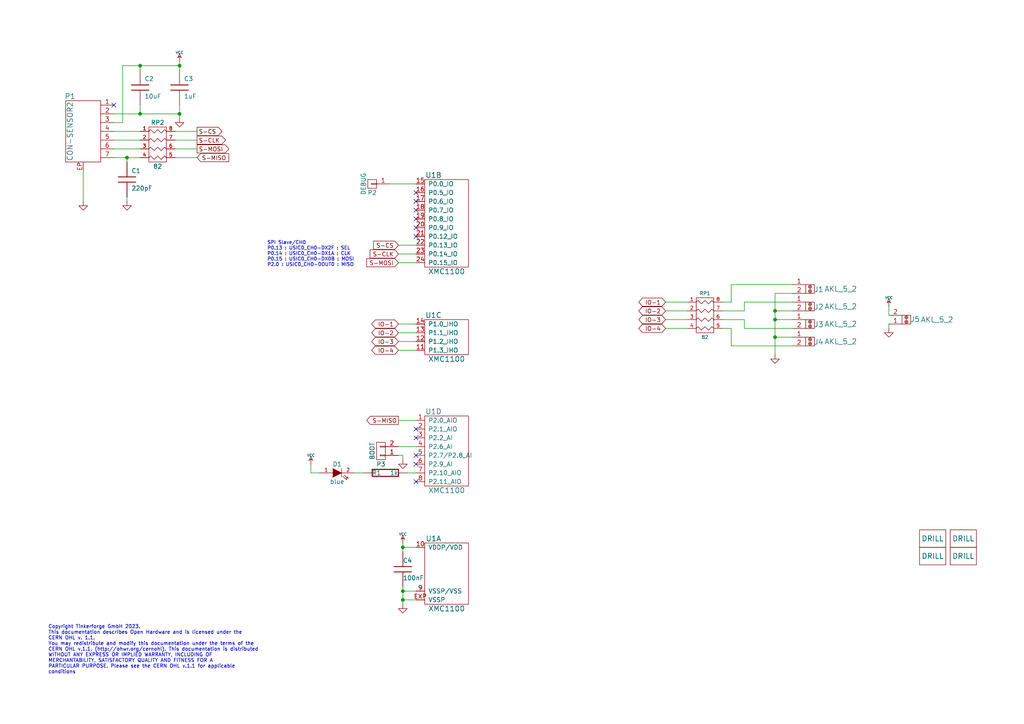
<source format=kicad_sch>
(kicad_sch (version 20230121) (generator eeschema)
  (paper "A4")
  (title_block (title "IO4 Bricklet 2.0") (date "2023-01-27") (rev "2.0") (company "Tinkerforge GmbH") (comment 1 "Licensed under CERN OHL v.1.1") (comment 2 "Copyright (©) 2023, T.Schneidermann <tim@tinkerforge.com>"))
  (lib_symbols
    (symbol "tinkerforge:AKL_5_2" (pin_names (offset 1.016) hide)
      (property "Reference" "J" (at 2.54 -0.127 0))
      (property "Value" "AKL_5_2" (at -0.381 -2.54 0))
      (symbol "AKL_5_2_0_1"
        (rectangle (start -1.27 1.27) (end 1.27 -1.27))
        (circle (center 0 -0.635) (radius 0.4572))
        (polyline (pts (xy -0.381 -0.635) (xy 0.381 -0.635) (xy 0.381 -0.635)))
        (polyline (pts (xy -0.381 0.635) (xy 0.381 0.635) (xy 0.381 0.635)))
        (polyline (pts (xy 0 -0.254) (xy 0 -1.016) (xy 0 -1.016)))
        (polyline (pts (xy 0 1.016) (xy 0 0.254) (xy 0 0.254)))
        (circle (center 0 0.635) (radius 0.4572))
      )
      (symbol "AKL_5_2_1_1"
        (pin passive line (at -5.08 1.27 0) (length 3.81) (name "~") (number "1"))
        (pin passive line (at -5.08 -1.27 0) (length 3.81) (name "~") (number "2"))
      )
    )
    (symbol "tinkerforge:C" (pin_numbers hide) (pin_names (offset 0.254))
      (property "Reference" "C" (at 1.27 2.54 0))
      (property "Value" "C" (at 1.27 -2.54 0))
      (symbol "C_0_1"
        (polyline (pts (xy -2.54 -0.762) (xy 2.54 -0.762)) (stroke (width 0.254)))
        (polyline (pts (xy -2.54 0.762) (xy 2.54 0.762)) (stroke (width 0.254)))
      )
      (symbol "C_1_1"
        (pin passive line (at 0 5.08 270) (length 4.318) (name "~") (number "1"))
        (pin passive line (at 0 -5.08 90) (length 4.318) (name "~") (number "2"))
      )
    )
    (symbol "tinkerforge:CON-SENSOR2" (pin_names (offset 1.016))
      (property "Reference" "P" (at -3.81 10.16 0))
      (property "Value" "CON-SENSOR2" (at 3.81 0 90))
      (symbol "CON-SENSOR2_0_1"
        (rectangle (start -5.08 8.89) (end 5.08 -8.89))
      )
      (symbol "CON-SENSOR2_1_1"
        (pin passive line (at -8.89 7.62 0) (length 3.81) (name "~") (number "1"))
        (pin passive line (at -8.89 5.08 0) (length 3.81) (name "~") (number "2"))
        (pin passive line (at -8.89 2.54 0) (length 3.81) (name "~") (number "3"))
        (pin passive line (at -8.89 0 0) (length 3.81) (name "~") (number "4"))
        (pin passive line (at -8.89 -2.54 0) (length 3.81) (name "~") (number "5"))
        (pin passive line (at -8.89 -5.08 0) (length 3.81) (name "~") (number "6"))
        (pin passive line (at -8.89 -7.62 0) (length 3.81) (name "~") (number "7"))
        (pin passive line (at 0 -11.43 90) (length 2.54) (name "~") (number "EP"))
      )
    )
    (symbol "tinkerforge:CONN_01X01" (pin_names (offset 1.016) hide)
      (property "Reference" "P" (at 0 2.54 0))
      (property "Value" "CONN_01X01" (at 2.54 0 90))
      (symbol "CONN_01X01_0_1"
        (rectangle (start -1.27 0.127) (end 0.254 -0.127))
        (rectangle (start -1.27 1.27) (end 1.27 -1.27))
      )
      (symbol "CONN_01X01_1_1"
        (pin passive line (at -5.08 0 0) (length 3.81) (name "P1") (number "1"))
      )
    )
    (symbol "tinkerforge:CONN_01X02" (pin_names (offset 1.016) hide)
      (property "Reference" "P" (at 0 3.81 0))
      (property "Value" "CONN_01X02" (at 2.54 0 90))
      (symbol "CONN_01X02_0_1"
        (rectangle (start -1.27 -1.143) (end 0.254 -1.397))
        (rectangle (start -1.27 1.397) (end 0.254 1.143))
        (rectangle (start -1.27 2.54) (end 1.27 -2.54))
      )
      (symbol "CONN_01X02_1_1"
        (pin passive line (at -5.08 1.27 0) (length 3.81) (name "P1") (number "1"))
        (pin passive line (at -5.08 -1.27 0) (length 3.81) (name "P2") (number "2"))
      )
    )
    (symbol "tinkerforge:DRILL" (pin_numbers hide) (pin_names (offset 0) hide)
      (property "Value" "DRILL" (at 0 0 0))
      (symbol "DRILL_0_1"
        (rectangle (start -3.81 2.54) (end 3.81 -2.54))
      )
    )
    (symbol "tinkerforge:GND" (power) (pin_names (offset 0))
      (property "Value" "GND" (at 0 -5.08 0))
      (symbol "GND_0_1"
        (polyline (pts (xy 0 0) (xy 0 -1.27) (xy 1.27 -1.27) (xy 0 -2.54) (xy -1.27 -1.27) (xy 0 -1.27)))
      )
      (symbol "GND_1_1"
        (pin power_in line (at 0 0 270) (length 0) hide (name "GND") (number "1"))
      )
    )
    (symbol "tinkerforge:LED" (pin_names (offset 1.016) hide)
      (property "Reference" "D" (at 0 2.54 0))
      (property "Value" "LED" (at 0 -2.54 0))
      (symbol "LED_0_1"
        (polyline (pts (xy 1.27 1.27) (xy 1.27 -1.27)))
        (polyline (pts (xy -1.27 1.27) (xy 1.27 0) (xy -1.27 -1.27)) (fill (type outline)))
        (polyline (pts (xy 1.651 -1.016) (xy 2.794 -2.032) (xy 2.667 -1.397)))
        (polyline (pts (xy 2.032 -0.635) (xy 3.175 -1.651) (xy 3.048 -1.016)))
      )
      (symbol "LED_1_1"
        (pin passive line (at -5.08 0 0) (length 3.81) (name "A") (number "1"))
        (pin passive line (at 5.08 0 180) (length 3.81) (name "K") (number "2"))
      )
    )
    (symbol "tinkerforge:R" (pin_numbers hide) (pin_names (offset 0))
      (property "Reference" "R" (at 2.032 0 90))
      (property "Value" "R" (at 0 0 90))
      (symbol "R_0_1"
        (rectangle (start -1.016 3.81) (end 1.016 -3.81) (stroke (width 0.3048)))
      )
      (symbol "R_1_1"
        (pin passive line (at 0 6.35 270) (length 2.54) (name "~") (number "1"))
        (pin passive line (at 0 -6.35 90) (length 2.54) (name "~") (number "2"))
      )
    )
    (symbol "tinkerforge:R_PACK4" (pin_names hide)
      (property "Reference" "RP" (at 0 11.43 0))
      (property "Value" "R_PACK4" (at 0 -1.27 0))
      (symbol "R_PACK4_0_1"
        (polyline (pts (xy -2.54 10.16) (xy -2.54 0) (xy 2.54 0) (xy 2.54 10.16) (xy -2.54 10.16)))
        (polyline (pts (xy -2.54 1.27) (xy -2.032 1.778) (xy -1.016 0.762) (xy 0 1.778) (xy 1.016 0.762) (xy 2.032 1.778) (xy 2.54 1.27)))
        (polyline (pts (xy -2.54 3.81) (xy -2.032 4.318) (xy -1.016 3.302) (xy 0 4.318) (xy 1.016 3.302) (xy 2.032 4.318) (xy 2.54 3.81)))
        (polyline (pts (xy -2.54 6.35) (xy -2.032 6.858) (xy -1.016 5.842) (xy 0 6.858) (xy 1.016 5.842) (xy 2.032 6.858) (xy 2.54 6.35)))
        (polyline (pts (xy -2.54 8.89) (xy -2.032 9.398) (xy -1.016 8.382) (xy 0 9.398) (xy 1.016 8.382) (xy 2.032 9.398) (xy 2.54 8.89)))
      )
      (symbol "R_PACK4_1_1"
        (pin passive line (at -5.08 8.89 0) (length 2.54) (name "P1") (number "1"))
        (pin passive line (at -5.08 6.35 0) (length 2.54) (name "P2") (number "2"))
        (pin passive line (at -5.08 3.81 0) (length 2.54) (name "P3") (number "3"))
        (pin passive line (at -5.08 1.27 0) (length 2.54) (name "P4") (number "4"))
        (pin passive line (at 5.08 1.27 180) (length 2.54) (name "R4") (number "5"))
        (pin passive line (at 5.08 3.81 180) (length 2.54) (name "R3") (number "6"))
        (pin passive line (at 5.08 6.35 180) (length 2.54) (name "R2") (number "7"))
        (pin passive line (at 5.08 8.89 180) (length 2.54) (name "R1") (number "8"))
      )
    )
    (symbol "tinkerforge:VCC" (power) (pin_names (offset 0))
      (property "Value" "VCC" (at 0 3.175 0))
      (symbol "VCC_0_0"
        (pin power_in line (at 0 0 90) (length 0) hide (name "VCC") (number "1"))
      )
      (symbol "VCC_0_1"
        (polyline (pts (xy 0 1.524) (xy 0 0)))
        (polyline (pts (xy 0 1.524) (xy 0.508 1.016) (xy 0 2.286) (xy -0.508 1.016) (xy 0 1.524) (xy 0 1.524)))
      )
    )
    (symbol "tinkerforge:XMC1XXX24" (pin_names (offset 1.016))
      (property "Reference" "U" (at -3.81 15.24 0))
      (property "Value" "XMC1XXX24" (at 0 -16.51 0))
      (symbol "XMC1XXX24_1_1"
        (rectangle (start -6.35 8.89) (end 6.35 -8.89))
        (pin passive line (at -8.89 7.62 0) (length 2.54) (name "VDDP/VDD") (number "10"))
        (pin passive line (at -8.89 -5.08 0) (length 2.54) (name "VSSP/VSS") (number "9"))
        (pin passive line (at -8.89 -7.62 0) (length 2.54) (name "VSSP") (number "EXP"))
      )
      (symbol "XMC1XXX24_2_1"
        (rectangle (start -6.35 12.7) (end 6.35 -12.7))
        (pin passive line (at -8.89 11.43 0) (length 2.54) (name "P0.0_IO") (number "15"))
        (pin passive line (at -8.89 8.89 0) (length 2.54) (name "P0.5_IO") (number "16"))
        (pin passive line (at -8.89 6.35 0) (length 2.54) (name "P0.6_IO") (number "17"))
        (pin passive line (at -8.89 3.81 0) (length 2.54) (name "P0.7_IO") (number "18"))
        (pin passive line (at -8.89 1.27 0) (length 2.54) (name "P0.8_IO") (number "19"))
        (pin passive line (at -8.89 -1.27 0) (length 2.54) (name "P0.9_IO") (number "20"))
        (pin passive line (at -8.89 -3.81 0) (length 2.54) (name "P0.12_IO") (number "21"))
        (pin passive line (at -8.89 -6.35 0) (length 2.54) (name "P0.13_IO") (number "22"))
        (pin passive line (at -8.89 -8.89 0) (length 2.54) (name "P0.14_IO") (number "23"))
        (pin passive line (at -8.89 -11.43 0) (length 2.54) (name "P0.15_IO") (number "24"))
      )
      (symbol "XMC1XXX24_3_1"
        (rectangle (start -6.35 5.08) (end 6.35 -5.08))
        (pin passive line (at -8.89 -3.81 0) (length 2.54) (name "P1.3_IHO") (number "11"))
        (pin passive line (at -8.89 -1.27 0) (length 2.54) (name "P1.2_IHO") (number "12"))
        (pin passive line (at -8.89 1.27 0) (length 2.54) (name "P1.1_IHO") (number "13"))
        (pin passive line (at -8.89 3.81 0) (length 2.54) (name "P1.0_IHO") (number "14"))
      )
      (symbol "XMC1XXX24_4_1"
        (rectangle (start -6.35 10.16) (end 6.35 -10.16))
        (pin passive line (at -8.89 8.89 0) (length 2.54) (name "P2.0_AIO") (number "1"))
        (pin passive line (at -8.89 6.35 0) (length 2.54) (name "P2.1_AIO") (number "2"))
        (pin passive line (at -8.89 3.81 0) (length 2.54) (name "P2.2_AI") (number "3"))
        (pin passive line (at -8.89 1.27 0) (length 2.54) (name "P2.6_AI") (number "4"))
        (pin passive line (at -8.89 -1.27 0) (length 2.54) (name "P2.7/P2.8_AI") (number "5"))
        (pin passive line (at -8.89 -3.81 0) (length 2.54) (name "P2.9_AI") (number "6"))
        (pin passive line (at -8.89 -6.35 0) (length 2.54) (name "P2.10_AIO") (number "7"))
        (pin passive line (at -8.89 -8.89 0) (length 2.54) (name "P2.11_AIO") (number "8"))
      )
    )
  )
  (junction (at 116.84 171.45))
  (junction (at 116.84 158.75))
  (junction (at 52.07 19.05))
  (junction (at 40.64 33.02))
  (junction (at 224.79 90.17))
  (junction (at 116.84 173.99))
  (junction (at 36.83 45.72))
  (junction (at 224.79 97.79))
  (junction (at 40.64 19.05))
  (junction (at 52.07 33.02))
  (junction (at 224.79 92.71))
  (no_connect (at 120.65 68.58))
  (no_connect (at 120.65 139.7))
  (no_connect (at 120.65 66.04))
  (no_connect (at 120.65 58.42))
  (no_connect (at 120.65 60.96))
  (no_connect (at 120.65 127))
  (no_connect (at 120.65 132.08))
  (no_connect (at 120.65 63.5))
  (no_connect (at 120.65 124.46))
  (no_connect (at 120.65 134.62))
  (no_connect (at 33.02 30.48))
  (no_connect (at 120.65 55.88))
  (wire (pts (xy 224.79 97.79) (xy 224.79 102.87)))
  (wire (pts (xy 116.84 158.75) (xy 116.84 160.02)))
  (wire (pts (xy 116.84 173.99) (xy 120.65 173.99)))
  (wire (pts (xy 212.09 87.63) (xy 209.55 87.63)))
  (wire (pts (xy 113.03 53.34) (xy 120.65 53.34)))
  (wire (pts (xy 24.13 49.53) (xy 24.13 58.42)))
  (wire (pts (xy 40.64 38.1) (xy 33.02 38.1)))
  (wire (pts (xy 35.56 19.05) (xy 40.64 19.05)))
  (wire (pts (xy 120.65 73.66) (xy 115.57 73.66)))
  (wire (pts (xy 52.07 30.48) (xy 52.07 33.02)))
  (wire (pts (xy 50.8 43.18) (xy 57.15 43.18)))
  (wire (pts (xy 33.02 33.02) (xy 40.64 33.02)))
  (wire (pts (xy 120.65 171.45) (xy 116.84 171.45)))
  (wire (pts (xy 120.65 101.6) (xy 115.57 101.6)))
  (wire (pts (xy 224.79 90.17) (xy 224.79 92.71)))
  (wire (pts (xy 52.07 19.05) (xy 52.07 20.32)))
  (wire (pts (xy 229.87 87.63) (xy 215.9 87.63)))
  (wire (pts (xy 120.65 121.92) (xy 115.57 121.92)))
  (wire (pts (xy 115.57 76.2) (xy 120.65 76.2)))
  (wire (pts (xy 193.04 92.71) (xy 199.39 92.71)))
  (wire (pts (xy 40.64 33.02) (xy 52.07 33.02)))
  (wire (pts (xy 116.84 158.75) (xy 120.65 158.75)))
  (wire (pts (xy 229.87 85.09) (xy 224.79 85.09)))
  (wire (pts (xy 120.65 96.52) (xy 115.57 96.52)))
  (wire (pts (xy 199.39 90.17) (xy 193.04 90.17)))
  (wire (pts (xy 40.64 20.32) (xy 40.64 19.05)))
  (wire (pts (xy 120.65 129.54) (xy 115.57 129.54)))
  (wire (pts (xy 224.79 90.17) (xy 229.87 90.17)))
  (wire (pts (xy 57.15 40.64) (xy 50.8 40.64)))
  (wire (pts (xy 120.65 137.16) (xy 118.11 137.16)))
  (wire (pts (xy 115.57 93.98) (xy 120.65 93.98)))
  (wire (pts (xy 257.81 91.44) (xy 257.81 88.9)))
  (wire (pts (xy 50.8 38.1) (xy 57.15 38.1)))
  (wire (pts (xy 193.04 95.25) (xy 199.39 95.25)))
  (wire (pts (xy 52.07 33.02) (xy 52.07 34.29)))
  (wire (pts (xy 92.71 137.16) (xy 90.17 137.16)))
  (wire (pts (xy 36.83 45.72) (xy 40.64 45.72)))
  (wire (pts (xy 116.84 157.48) (xy 116.84 158.75)))
  (wire (pts (xy 115.57 99.06) (xy 120.65 99.06)))
  (wire (pts (xy 33.02 45.72) (xy 36.83 45.72)))
  (wire (pts (xy 209.55 90.17) (xy 215.9 90.17)))
  (wire (pts (xy 35.56 35.56) (xy 35.56 19.05)))
  (wire (pts (xy 215.9 92.71) (xy 209.55 92.71)))
  (wire (pts (xy 212.09 95.25) (xy 212.09 100.33)))
  (wire (pts (xy 224.79 92.71) (xy 224.79 97.79)))
  (wire (pts (xy 209.55 95.25) (xy 212.09 95.25)))
  (wire (pts (xy 36.83 46.99) (xy 36.83 45.72)))
  (wire (pts (xy 224.79 92.71) (xy 229.87 92.71)))
  (wire (pts (xy 52.07 17.78) (xy 52.07 19.05)))
  (wire (pts (xy 212.09 82.55) (xy 212.09 87.63)))
  (wire (pts (xy 33.02 40.64) (xy 40.64 40.64)))
  (wire (pts (xy 40.64 43.18) (xy 33.02 43.18)))
  (wire (pts (xy 40.64 30.48) (xy 40.64 33.02)))
  (wire (pts (xy 224.79 97.79) (xy 229.87 97.79)))
  (wire (pts (xy 40.64 19.05) (xy 52.07 19.05)))
  (wire (pts (xy 193.04 87.63) (xy 199.39 87.63)))
  (wire (pts (xy 105.41 137.16) (xy 102.87 137.16)))
  (wire (pts (xy 212.09 82.55) (xy 229.87 82.55)))
  (wire (pts (xy 57.15 45.72) (xy 50.8 45.72)))
  (wire (pts (xy 116.84 173.99) (xy 116.84 175.26)))
  (wire (pts (xy 215.9 95.25) (xy 229.87 95.25)))
  (wire (pts (xy 90.17 137.16) (xy 90.17 134.62)))
  (wire (pts (xy 115.57 71.12) (xy 120.65 71.12)))
  (wire (pts (xy 116.84 170.18) (xy 116.84 171.45)))
  (wire (pts (xy 224.79 85.09) (xy 224.79 90.17)))
  (wire (pts (xy 36.83 58.42) (xy 36.83 57.15)))
  (wire (pts (xy 116.84 171.45) (xy 116.84 173.99)))
  (wire (pts (xy 33.02 35.56) (xy 35.56 35.56)))
  (wire (pts (xy 116.84 132.08) (xy 116.84 133.35)))
  (wire (pts (xy 115.57 132.08) (xy 116.84 132.08)))
  (wire (pts (xy 215.9 95.25) (xy 215.9 92.71)))
  (wire (pts (xy 212.09 100.33) (xy 229.87 100.33)))
  (wire (pts (xy 257.81 95.25) (xy 257.81 93.98)))
  (wire (pts (xy 215.9 87.63) (xy 215.9 90.17)))
  (text "Copyright Tinkerforge GmbH 2023.\nThis documentation describes Open Hardware and is licensed under the\nCERN OHL v. 1.1.\nYou may redistribute and modify this documentation under the terms of the\nCERN OHL v.1.1. (http://ohwr.org/cernohl). This documentation is distributed\nWITHOUT ANY EXPRESS OR IMPLIED WARRANTY, INCLUDING OF\nMERCHANTABILITY, SATISFACTORY QUALITY AND FITNESS FOR A\nPARTICULAR PURPOSE. Please see the CERN OHL v.1.1 for applicable\nconditions\n" (at 13.97 195.58 0) (effects (font (size 1.016 1.016)) (justify left bottom)))
  (text "SPI Slave/CH0\nP0.13 : USIC0_CH0-DX2F : SEL\nP0.14 : USIC0_CH0-DX1A : CLK\nP0.15 : USIC0_CH0-DX0B : MOSI\nP2.0 : USIC0_CH0-DOUT0 : MISO" (at 77.47 77.47 0) (effects (font (size 0.9906 0.9906)) (justify left bottom)))
  (global_label "IO-1" (shape bidirectional) (at 115.57 93.98 180) (effects (font (size 1.1938 1.1938))) (property "Intersheetrefs" "${INTERSHEET_REFS}" (effects hide)))
  (global_label "S-CLK" (shape output) (at 57.15 40.64 0) (effects (font (size 1.1938 1.1938))) (property "Intersheetrefs" "${INTERSHEET_REFS}" (effects hide)))
  (global_label "IO-3" (shape bidirectional) (at 115.57 99.06 180) (effects (font (size 1.1938 1.1938))) (property "Intersheetrefs" "${INTERSHEET_REFS}" (effects hide)))
  (global_label "S-CS" (shape input) (at 115.57 71.12 180) (effects (font (size 1.1938 1.1938))) (property "Intersheetrefs" "${INTERSHEET_REFS}" (effects hide)))
  (global_label "IO-2" (shape bidirectional) (at 193.04 90.17 180) (effects (font (size 1.1938 1.1938))) (property "Intersheetrefs" "${INTERSHEET_REFS}" (effects hide)))
  (global_label "S-CLK" (shape input) (at 115.57 73.66 180) (effects (font (size 1.1938 1.1938))) (property "Intersheetrefs" "${INTERSHEET_REFS}" (effects hide)))
  (global_label "IO-1" (shape bidirectional) (at 193.04 87.63 180) (effects (font (size 1.1938 1.1938))) (property "Intersheetrefs" "${INTERSHEET_REFS}" (effects hide)))
  (global_label "IO-3" (shape bidirectional) (at 193.04 92.71 180) (effects (font (size 1.1938 1.1938))) (property "Intersheetrefs" "${INTERSHEET_REFS}" (effects hide)))
  (global_label "IO-4" (shape bidirectional) (at 193.04 95.25 180) (effects (font (size 1.1938 1.1938))) (property "Intersheetrefs" "${INTERSHEET_REFS}" (effects hide)))
  (global_label "IO-2" (shape bidirectional) (at 115.57 96.52 180) (effects (font (size 1.1938 1.1938))) (property "Intersheetrefs" "${INTERSHEET_REFS}" (effects hide)))
  (global_label "IO-4" (shape bidirectional) (at 115.57 101.6 180) (effects (font (size 1.1938 1.1938))) (property "Intersheetrefs" "${INTERSHEET_REFS}" (effects hide)))
  (global_label "S-MISO" (shape input) (at 57.15 45.72 0) (effects (font (size 1.1938 1.1938))) (property "Intersheetrefs" "${INTERSHEET_REFS}" (effects hide)))
  (global_label "S-MOSI" (shape output) (at 57.15 43.18 0) (effects (font (size 1.1938 1.1938))) (property "Intersheetrefs" "${INTERSHEET_REFS}" (effects hide)))
  (global_label "S-MISO" (shape output) (at 115.57 121.92 180) (effects (font (size 1.1938 1.1938))) (property "Intersheetrefs" "${INTERSHEET_REFS}" (effects hide)))
  (global_label "S-MOSI" (shape input) (at 115.57 76.2 180) (effects (font (size 1.1938 1.1938))) (property "Intersheetrefs" "${INTERSHEET_REFS}" (effects hide)))
  (global_label "S-CS" (shape output) (at 57.15 38.1 0) (effects (font (size 1.1938 1.1938))) (property "Intersheetrefs" "${INTERSHEET_REFS}" (effects hide)))
  (symbol (lib_id "tinkerforge:CON-SENSOR2") (at 24.13 38.1 0) (mirror y) (unit 1)
    (property "Reference" "P1" (at 20.32 27.94 0) (effects (font (size 1.524 1.524))))
    (property "Value" "CON-SENSOR2" (at 20.32 38.1 90) (effects (font (size 1.524 1.524))))
    (property "Footprint" "kicad-libraries:CON-SENSOR2" (effects hide))
  )
  (symbol (lib_id "tinkerforge:GND") (at 36.83 58.42 0) (unit 1)
    (property "Reference" "#PWR05" (effects hide))
    (property "Value" "GND" (effects hide))
  )
  (symbol (lib_id "tinkerforge:VCC") (at 52.07 17.78 0) (unit 1)
    (property "Reference" "#PWR04" (effects hide))
    (property "Value" "VCC" (at 52.07 15.24 0) (effects (font (size 0.762 0.762))))
  )
  (symbol (lib_id "tinkerforge:DRILL") (at 279.4 156.21 0) (unit 1)
    (property "Reference" "U4" (effects hide))
    (property "Value" "DRILL" (at 279.4 156.21 0) (effects (font (size 1.524 1.524))))
    (property "Footprint" "kicad-libraries:DRILL_NP" (effects hide))
  )
  (symbol (lib_id "tinkerforge:DRILL") (at 279.4 161.29 0) (unit 1)
    (property "Reference" "U5" (effects hide))
    (property "Value" "DRILL" (at 279.4 161.29 0) (effects (font (size 1.524 1.524))))
    (property "Footprint" "kicad-libraries:DRILL_NP" (effects hide))
  )
  (symbol (lib_id "tinkerforge:DRILL") (at 270.51 161.29 0) (unit 1)
    (property "Reference" "U3" (effects hide))
    (property "Value" "DRILL" (at 270.51 161.29 0) (effects (font (size 1.524 1.524))))
    (property "Footprint" "kicad-libraries:DRILL_NP" (effects hide))
  )
  (symbol (lib_id "tinkerforge:DRILL") (at 270.51 156.21 0) (unit 1)
    (property "Reference" "U2" (effects hide))
    (property "Value" "DRILL" (at 270.51 156.21 0) (effects (font (size 1.524 1.524))))
    (property "Footprint" "kicad-libraries:DRILL_NP" (effects hide))
  )
  (symbol (lib_id "tinkerforge:AKL_5_2") (at 234.95 83.82 0) (unit 1)
    (property "Reference" "J1" (at 237.49 83.947 0) (effects (font (size 1.524 1.524))))
    (property "Value" "AKL_5_2" (at 243.84 83.82 0) (effects (font (size 1.524 1.524))))
    (property "Footprint" "kicad-libraries:AKL_5_2" (effects hide))
  )
  (symbol (lib_id "tinkerforge:AKL_5_2") (at 234.95 88.9 0) (unit 1)
    (property "Reference" "J2" (at 237.49 89.027 0) (effects (font (size 1.524 1.524))))
    (property "Value" "AKL_5_2" (at 243.84 88.9 0) (effects (font (size 1.524 1.524))))
    (property "Footprint" "kicad-libraries:AKL_5_2" (effects hide))
  )
  (symbol (lib_id "tinkerforge:AKL_5_2") (at 262.89 92.71 0) (mirror x) (unit 1)
    (property "Reference" "J5" (at 265.43 92.583 0) (effects (font (size 1.524 1.524))))
    (property "Value" "AKL_5_2" (at 271.78 92.71 0) (effects (font (size 1.524 1.524))))
    (property "Footprint" "kicad-libraries:AKL_5_2" (effects hide))
  )
  (symbol (lib_id "tinkerforge:VCC") (at 257.81 88.9 0) (unit 1)
    (property "Reference" "#PWR03" (effects hide))
    (property "Value" "VCC" (at 257.81 86.36 0) (effects (font (size 0.762 0.762))))
  )
  (symbol (lib_id "tinkerforge:GND") (at 257.81 95.25 0) (unit 1)
    (property "Reference" "#PWR02" (effects hide))
    (property "Value" "GND" (effects hide))
  )
  (symbol (lib_id "tinkerforge:AKL_5_2") (at 234.95 99.06 0) (unit 1)
    (property "Reference" "J4" (at 237.49 99.187 0) (effects (font (size 1.524 1.524))))
    (property "Value" "AKL_5_2" (at 243.84 99.06 0) (effects (font (size 1.524 1.524))))
    (property "Footprint" "kicad-libraries:AKL_5_2" (effects hide))
  )
  (symbol (lib_id "tinkerforge:AKL_5_2") (at 234.95 93.98 0) (unit 1)
    (property "Reference" "J3" (at 237.49 94.107 0) (effects (font (size 1.524 1.524))))
    (property "Value" "AKL_5_2" (at 243.84 93.98 0) (effects (font (size 1.524 1.524))))
    (property "Footprint" "kicad-libraries:AKL_5_2" (effects hide))
  )
  (symbol (lib_id "tinkerforge:GND") (at 224.79 102.87 0) (unit 1)
    (property "Reference" "#PWR01" (effects hide))
    (property "Value" "GND" (effects hide))
  )
  (symbol (lib_id "tinkerforge:R_PACK4") (at 204.47 96.52 0) (unit 1)
    (property "Reference" "RP1" (at 204.47 85.09 0) (effects (font (size 1.016 1.016))))
    (property "Value" "82" (at 204.47 97.79 0) (effects (font (size 1.016 1.016))))
    (property "Footprint" "kicad-libraries:4X0402" (effects hide))
  )
  (symbol (lib_id "tinkerforge:C") (at 40.64 25.4 0) (unit 1)
    (property "Reference" "C2" (at 41.91 22.86 0) (effects (justify left)))
    (property "Value" "10uF" (at 41.91 27.94 0) (effects (justify left)))
    (property "Footprint" "kicad-libraries:C0805" (effects hide))
  )
  (symbol (lib_id "tinkerforge:C") (at 52.07 25.4 0) (unit 1)
    (property "Reference" "C3" (at 53.34 22.86 0) (effects (justify left)))
    (property "Value" "1uF" (at 53.34 27.94 0) (effects (justify left)))
    (property "Footprint" "kicad-libraries:C0603F" (effects hide))
  )
  (symbol (lib_id "tinkerforge:R_PACK4") (at 45.72 46.99 0) (unit 1)
    (property "Reference" "RP2" (at 45.72 35.56 0))
    (property "Value" "82" (at 45.72 48.26 0))
    (property "Footprint" "kicad-libraries:4X0402" (effects hide))
  )
  (symbol (lib_id "tinkerforge:C") (at 36.83 52.07 0) (unit 1)
    (property "Reference" "C1" (at 38.1 49.53 0) (effects (justify left)))
    (property "Value" "220pF" (at 38.1 54.61 0) (effects (justify left)))
    (property "Footprint" "kicad-libraries:C0402F" (effects hide))
  )
  (symbol (lib_id "tinkerforge:GND") (at 24.13 58.42 0) (unit 1)
    (property "Reference" "#PWR06" (effects hide))
    (property "Value" "GND" (effects hide))
  )
  (symbol (lib_id "tinkerforge:GND") (at 52.07 34.29 0) (unit 1)
    (property "Reference" "#PWR07" (effects hide))
    (property "Value" "GND" (effects hide))
  )
  (symbol (lib_id "tinkerforge:XMC1XXX24") (at 129.54 97.79 0) (unit 3)
    (property "Reference" "U1" (at 125.73 91.44 0) (effects (font (size 1.524 1.524))))
    (property "Value" "XMC1100" (at 129.54 104.14 0) (effects (font (size 1.524 1.524))))
    (property "Footprint" "kicad-libraries:QFN24-4x4mm-0.5mm" (effects hide))
  )
  (symbol (lib_id "tinkerforge:XMC1XXX24") (at 129.54 64.77 0) (unit 2)
    (property "Reference" "U1" (at 125.73 50.8 0) (effects (font (size 1.524 1.524))))
    (property "Value" "XMC1100" (at 129.54 78.74 0) (effects (font (size 1.524 1.524))))
    (property "Footprint" "kicad-libraries:QFN24-4x4mm-0.5mm" (effects hide))
  )
  (symbol (lib_id "tinkerforge:XMC1XXX24") (at 129.54 130.81 0) (unit 4)
    (property "Reference" "U1" (at 125.73 119.38 0) (effects (font (size 1.524 1.524))))
    (property "Value" "XMC1100" (at 129.54 142.24 0) (effects (font (size 1.524 1.524))))
    (property "Footprint" "kicad-libraries:QFN24-4x4mm-0.5mm" (effects hide))
  )
  (symbol (lib_id "tinkerforge:XMC1XXX24") (at 129.54 166.37 0) (unit 1)
    (property "Reference" "U1" (at 125.73 156.21 0) (effects (font (size 1.524 1.524))))
    (property "Value" "XMC1100" (at 129.54 176.53 0) (effects (font (size 1.524 1.524))))
    (property "Footprint" "kicad-libraries:QFN24-4x4mm-0.5mm" (effects hide))
  )
  (symbol (lib_id "tinkerforge:CONN_01X01") (at 107.95 53.34 180) (unit 1)
    (property "Reference" "P2" (at 107.95 55.88 0))
    (property "Value" "DEBUG" (at 105.41 53.34 90))
    (property "Footprint" "kicad-libraries:DEBUG_PAD" (effects hide))
  )
  (symbol (lib_id "tinkerforge:C") (at 116.84 165.1 0) (unit 1)
    (property "Reference" "C4" (at 116.84 162.56 0) (effects (justify left)))
    (property "Value" "100nF" (at 116.84 167.64 0) (effects (justify left)))
    (property "Footprint" "kicad-libraries:C0603F" (effects hide))
  )
  (symbol (lib_id "tinkerforge:GND") (at 116.84 175.26 0) (unit 1)
    (property "Reference" "#PWR08" (effects hide))
    (property "Value" "GND" (effects hide))
  )
  (symbol (lib_id "tinkerforge:VCC") (at 116.84 157.48 0) (unit 1)
    (property "Reference" "#PWR09" (effects hide))
    (property "Value" "VCC" (at 116.84 154.94 0) (effects (font (size 0.762 0.762))))
  )
  (symbol (lib_id "tinkerforge:CONN_01X02") (at 110.49 130.81 180) (unit 1)
    (property "Reference" "P3" (at 110.49 134.62 0))
    (property "Value" "BOOT" (at 107.95 130.81 90))
    (property "Footprint" "kicad-libraries:SolderJumper" (effects hide))
  )
  (symbol (lib_id "tinkerforge:GND") (at 116.84 133.35 0) (unit 1)
    (property "Reference" "#PWR010" (effects hide))
    (property "Value" "GND" (effects hide))
  )
  (symbol (lib_id "tinkerforge:R") (at 111.76 137.16 270) (unit 1)
    (property "Reference" "R1" (at 109.22 137.16 90))
    (property "Value" "1k" (at 114.3 137.16 90))
    (property "Footprint" "kicad-libraries:R0603F" (effects hide))
  )
  (symbol (lib_id "tinkerforge:LED") (at 97.79 137.16 0) (unit 1)
    (property "Reference" "D1" (at 97.79 134.62 0))
    (property "Value" "blue" (at 97.79 139.7 0))
    (property "Footprint" "kicad-libraries:D0603F" (effects hide))
  )
  (symbol (lib_id "tinkerforge:VCC") (at 90.17 134.62 0) (unit 1)
    (property "Reference" "#PWR011" (effects hide))
    (property "Value" "VCC" (at 90.17 132.08 0) (effects (font (size 0.762 0.762))))
  )
)
</source>
